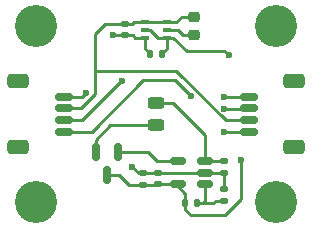
<source format=gtl>
%TF.GenerationSoftware,KiCad,Pcbnew,7.0.8-7.0.8~ubuntu22.04.1*%
%TF.CreationDate,2024-01-30T20:07:11-08:00*%
%TF.ProjectId,415nm_16mA,3431356e-6d5f-4313-966d-412e6b696361,rev?*%
%TF.SameCoordinates,Original*%
%TF.FileFunction,Copper,L1,Top*%
%TF.FilePolarity,Positive*%
%FSLAX46Y46*%
G04 Gerber Fmt 4.6, Leading zero omitted, Abs format (unit mm)*
G04 Created by KiCad (PCBNEW 7.0.8-7.0.8~ubuntu22.04.1) date 2024-01-30 20:07:11*
%MOMM*%
%LPD*%
G01*
G04 APERTURE LIST*
G04 Aperture macros list*
%AMRoundRect*
0 Rectangle with rounded corners*
0 $1 Rounding radius*
0 $2 $3 $4 $5 $6 $7 $8 $9 X,Y pos of 4 corners*
0 Add a 4 corners polygon primitive as box body*
4,1,4,$2,$3,$4,$5,$6,$7,$8,$9,$2,$3,0*
0 Add four circle primitives for the rounded corners*
1,1,$1+$1,$2,$3*
1,1,$1+$1,$4,$5*
1,1,$1+$1,$6,$7*
1,1,$1+$1,$8,$9*
0 Add four rect primitives between the rounded corners*
20,1,$1+$1,$2,$3,$4,$5,0*
20,1,$1+$1,$4,$5,$6,$7,0*
20,1,$1+$1,$6,$7,$8,$9,0*
20,1,$1+$1,$8,$9,$2,$3,0*%
G04 Aperture macros list end*
%TA.AperFunction,ComponentPad*%
%ADD10C,3.570000*%
%TD*%
%TA.AperFunction,SMDPad,CuDef*%
%ADD11RoundRect,0.243750X-0.456250X0.243750X-0.456250X-0.243750X0.456250X-0.243750X0.456250X0.243750X0*%
%TD*%
%TA.AperFunction,SMDPad,CuDef*%
%ADD12RoundRect,0.150000X-0.625000X0.150000X-0.625000X-0.150000X0.625000X-0.150000X0.625000X0.150000X0*%
%TD*%
%TA.AperFunction,SMDPad,CuDef*%
%ADD13RoundRect,0.250000X-0.650000X0.350000X-0.650000X-0.350000X0.650000X-0.350000X0.650000X0.350000X0*%
%TD*%
%TA.AperFunction,SMDPad,CuDef*%
%ADD14RoundRect,0.150000X0.625000X-0.150000X0.625000X0.150000X-0.625000X0.150000X-0.625000X-0.150000X0*%
%TD*%
%TA.AperFunction,SMDPad,CuDef*%
%ADD15RoundRect,0.250000X0.650000X-0.350000X0.650000X0.350000X-0.650000X0.350000X-0.650000X-0.350000X0*%
%TD*%
%TA.AperFunction,SMDPad,CuDef*%
%ADD16RoundRect,0.135000X-0.185000X0.135000X-0.185000X-0.135000X0.185000X-0.135000X0.185000X0.135000X0*%
%TD*%
%TA.AperFunction,SMDPad,CuDef*%
%ADD17RoundRect,0.150000X0.512500X0.150000X-0.512500X0.150000X-0.512500X-0.150000X0.512500X-0.150000X0*%
%TD*%
%TA.AperFunction,SMDPad,CuDef*%
%ADD18RoundRect,0.140000X0.170000X-0.140000X0.170000X0.140000X-0.170000X0.140000X-0.170000X-0.140000X0*%
%TD*%
%TA.AperFunction,SMDPad,CuDef*%
%ADD19RoundRect,0.135000X0.185000X-0.135000X0.185000X0.135000X-0.185000X0.135000X-0.185000X-0.135000X0*%
%TD*%
%TA.AperFunction,SMDPad,CuDef*%
%ADD20RoundRect,0.218750X-0.256250X0.218750X-0.256250X-0.218750X0.256250X-0.218750X0.256250X0.218750X0*%
%TD*%
%TA.AperFunction,SMDPad,CuDef*%
%ADD21RoundRect,0.135000X-0.135000X-0.185000X0.135000X-0.185000X0.135000X0.185000X-0.135000X0.185000X0*%
%TD*%
%TA.AperFunction,SMDPad,CuDef*%
%ADD22R,0.650000X0.400000*%
%TD*%
%TA.AperFunction,SMDPad,CuDef*%
%ADD23RoundRect,0.150000X-0.150000X0.587500X-0.150000X-0.587500X0.150000X-0.587500X0.150000X0.587500X0*%
%TD*%
%TA.AperFunction,SMDPad,CuDef*%
%ADD24RoundRect,0.140000X-0.140000X-0.170000X0.140000X-0.170000X0.140000X0.170000X-0.140000X0.170000X0*%
%TD*%
%TA.AperFunction,ViaPad*%
%ADD25C,0.600000*%
%TD*%
%TA.AperFunction,Conductor*%
%ADD26C,0.250000*%
%TD*%
G04 APERTURE END LIST*
D10*
%TO.P,M1,~*%
%TO.N,N/C*%
X52540000Y-52540000D03*
%TD*%
%TO.P,M2,~*%
%TO.N,N/C*%
X72860000Y-52540000D03*
%TD*%
%TO.P,M3,~*%
%TO.N,N/C*%
X72860000Y-67460000D03*
%TD*%
%TO.P,M4,~*%
%TO.N,N/C*%
X52540000Y-67460000D03*
%TD*%
D11*
%TO.P,D1,1,K*%
%TO.N,Net-(D1-K)*%
X62700000Y-59062500D03*
%TO.P,D1,2,A*%
%TO.N,Net-(D1-A)*%
X62700000Y-60937500D03*
%TD*%
D12*
%TO.P,J1,1,Pin_1*%
%TO.N,GND*%
X54880000Y-58500000D03*
%TO.P,J1,2,Pin_2*%
%TO.N,/VIN*%
X54880000Y-59500000D03*
%TO.P,J1,3,Pin_3*%
%TO.N,/SDA*%
X54880000Y-60500000D03*
%TO.P,J1,4,Pin_4*%
%TO.N,/SCL*%
X54880000Y-61500000D03*
D13*
%TO.P,J1,MP*%
%TO.N,N/C*%
X51005000Y-57200000D03*
X51005000Y-62800000D03*
%TD*%
D14*
%TO.P,J2,1,Pin_1*%
%TO.N,GND*%
X70520000Y-61500000D03*
%TO.P,J2,2,Pin_2*%
%TO.N,/VIN*%
X70520000Y-60500000D03*
%TO.P,J2,3,Pin_3*%
%TO.N,/SDA*%
X70520000Y-59500000D03*
%TO.P,J2,4,Pin_4*%
%TO.N,/SCL*%
X70520000Y-58500000D03*
D15*
%TO.P,J2,MP*%
%TO.N,N/C*%
X74395000Y-62800000D03*
X74395000Y-57200000D03*
%TD*%
D16*
%TO.P,R1,1*%
%TO.N,Net-(D1-K)*%
X68427600Y-63982600D03*
%TO.P,R1,2*%
%TO.N,GND*%
X68427600Y-65002600D03*
%TD*%
D17*
%TO.P,U2,1,+*%
%TO.N,/Vset*%
X66795200Y-65881000D03*
%TO.P,U2,2,V-*%
%TO.N,GND*%
X66795200Y-64931000D03*
%TO.P,U2,3,-*%
%TO.N,Net-(D1-K)*%
X66795200Y-63981000D03*
%TO.P,U2,4*%
%TO.N,Net-(Q1-B)*%
X64520200Y-63981000D03*
%TO.P,U2,5,V+*%
%TO.N,/5V*%
X64520200Y-65881000D03*
%TD*%
D18*
%TO.P,C3,1*%
%TO.N,/5V*%
X62845200Y-65936000D03*
%TO.P,C3,2*%
%TO.N,GND*%
X62845200Y-64976000D03*
%TD*%
D19*
%TO.P,R3,1*%
%TO.N,/Vset*%
X68427600Y-67360800D03*
%TO.P,R3,2*%
%TO.N,GND*%
X68427600Y-66340800D03*
%TD*%
D20*
%TO.P,L1,1,1*%
%TO.N,/VIN*%
X65862200Y-51739700D03*
%TO.P,L1,2,2*%
%TO.N,/VL*%
X65862200Y-53314700D03*
%TD*%
D21*
%TO.P,R2,1*%
%TO.N,/5V*%
X65150200Y-67481000D03*
%TO.P,R2,2*%
%TO.N,/Vset*%
X66170200Y-67481000D03*
%TD*%
D18*
%TO.P,C1,1*%
%TO.N,GND*%
X60071000Y-53312000D03*
%TO.P,C1,2*%
%TO.N,/VIN*%
X60071000Y-52352000D03*
%TD*%
D22*
%TO.P,U1,1,VIN*%
%TO.N,/VIN*%
X61727000Y-52197000D03*
%TO.P,U1,2,FB*%
%TO.N,/5V*%
X61727000Y-52847000D03*
%TO.P,U1,3,GND*%
%TO.N,GND*%
X61727000Y-53497000D03*
%TO.P,U1,4,VOUT*%
%TO.N,/5V*%
X63627000Y-53497000D03*
%TO.P,U1,5,L*%
%TO.N,/VL*%
X63627000Y-52847000D03*
%TO.P,U1,6,EN*%
%TO.N,/VIN*%
X63627000Y-52197000D03*
%TD*%
D18*
%TO.P,C4,1*%
%TO.N,/5V*%
X61620200Y-65941000D03*
%TO.P,C4,2*%
%TO.N,GND*%
X61620200Y-64981000D03*
%TD*%
D23*
%TO.P,Q1,1,B*%
%TO.N,Net-(Q1-B)*%
X59500000Y-63225000D03*
%TO.P,Q1,2,E*%
%TO.N,Net-(D1-A)*%
X57600000Y-63225000D03*
%TO.P,Q1,3,C*%
%TO.N,/5V*%
X58550000Y-65100000D03*
%TD*%
D24*
%TO.P,C2,1*%
%TO.N,GND*%
X62209800Y-54864000D03*
%TO.P,C2,2*%
%TO.N,/5V*%
X63169800Y-54864000D03*
%TD*%
D25*
%TO.N,GND*%
X60680600Y-64439800D03*
X56718200Y-58166000D03*
X59080400Y-53314600D03*
X68453000Y-61493400D03*
%TO.N,/SCL*%
X68453000Y-58490000D03*
X65659000Y-58470800D03*
%TO.N,/SDA*%
X59791600Y-57200800D03*
X68472931Y-59517669D03*
%TO.N,/5V*%
X69900800Y-63881000D03*
X68830000Y-54990000D03*
%TD*%
D26*
%TO.N,GND*%
X61221800Y-64981000D02*
X60680600Y-64439800D01*
X68427600Y-65002600D02*
X68427600Y-66340800D01*
X60071000Y-53312000D02*
X60703400Y-53312000D01*
X60703400Y-53312000D02*
X60888400Y-53497000D01*
X62845200Y-64976000D02*
X61625200Y-64976000D01*
X68427600Y-65002600D02*
X67949000Y-65002600D01*
X70313400Y-61493400D02*
X70320000Y-61500000D01*
X62845200Y-64976000D02*
X63945200Y-64976000D01*
X67949000Y-65002600D02*
X67877400Y-64931000D01*
X68453000Y-61493400D02*
X70413400Y-61493400D01*
X59083000Y-53312000D02*
X59080400Y-53314600D01*
X56384200Y-58500000D02*
X54980000Y-58500000D01*
X70413400Y-61493400D02*
X70420000Y-61500000D01*
X56384200Y-58500000D02*
X56718200Y-58166000D01*
X70768400Y-61493400D02*
X70775000Y-61500000D01*
X70363400Y-61493400D02*
X70370000Y-61500000D01*
X61727000Y-54381200D02*
X62209800Y-54864000D01*
X61620200Y-64981000D02*
X61221800Y-64981000D01*
X66750200Y-64976000D02*
X66795200Y-64931000D01*
X60888400Y-53497000D02*
X61727000Y-53497000D01*
X67877400Y-64931000D02*
X66795200Y-64931000D01*
X60071000Y-53312000D02*
X59083000Y-53312000D01*
X61727000Y-53497000D02*
X61727000Y-54381200D01*
X63945200Y-64976000D02*
X66750200Y-64976000D01*
X61625200Y-64976000D02*
X61620200Y-64981000D01*
%TO.N,/VIN*%
X60652600Y-52352000D02*
X60807600Y-52197000D01*
X60071000Y-52352000D02*
X60652600Y-52352000D01*
X57556400Y-53162200D02*
X58366600Y-52352000D01*
X56324000Y-59500000D02*
X57556400Y-58267600D01*
X64871700Y-51739700D02*
X65862200Y-51739700D01*
X64414400Y-52197000D02*
X64871700Y-51739700D01*
X57556400Y-56337200D02*
X57556400Y-53162200D01*
X57566100Y-56327500D02*
X64399584Y-56327500D01*
X57556400Y-58267600D02*
X57556400Y-56337200D01*
X63627000Y-52197000D02*
X64414400Y-52197000D01*
X57556400Y-56337200D02*
X57566100Y-56327500D01*
X56324000Y-59500000D02*
X54980000Y-59500000D01*
X58366600Y-52352000D02*
X60071000Y-52352000D01*
X64399584Y-56327500D02*
X68572084Y-60500000D01*
X68572084Y-60500000D02*
X70420000Y-60500000D01*
X61727000Y-52197000D02*
X63627000Y-52197000D01*
X60807600Y-52197000D02*
X61727000Y-52197000D01*
%TO.N,/VL*%
X64531000Y-52847000D02*
X63627000Y-52847000D01*
X65862200Y-53314700D02*
X64998700Y-53314700D01*
X64998700Y-53314700D02*
X64531000Y-52847000D01*
%TO.N,/SCL*%
X57240000Y-61500000D02*
X54980000Y-61500000D01*
X61620000Y-57120000D02*
X57240000Y-61500000D01*
X68453000Y-58490000D02*
X70410000Y-58490000D01*
X70360000Y-58490000D02*
X70370000Y-58500000D01*
X70410000Y-58490000D02*
X70420000Y-58500000D01*
X65659000Y-58470800D02*
X64308200Y-57120000D01*
X70310000Y-58490000D02*
X70320000Y-58500000D01*
X64308200Y-57120000D02*
X61620000Y-57120000D01*
%TO.N,/SDA*%
X59791600Y-57200800D02*
X59740800Y-57200800D01*
X68472931Y-59517669D02*
X70402331Y-59517669D01*
X68472931Y-59517669D02*
X68490600Y-59500000D01*
X70402331Y-59517669D02*
X70420000Y-59500000D01*
X59740800Y-57200800D02*
X56441600Y-60500000D01*
X56441600Y-60500000D02*
X54980000Y-60500000D01*
X68472931Y-59517669D02*
X68455262Y-59500000D01*
X70352331Y-59517669D02*
X70370000Y-59500000D01*
%TO.N,/5V*%
X63627000Y-54406800D02*
X63169800Y-54864000D01*
X64520200Y-65881000D02*
X64520200Y-66081000D01*
X62840200Y-65941000D02*
X62845200Y-65936000D01*
X63545200Y-65936000D02*
X64465200Y-65936000D01*
X61620200Y-65941000D02*
X60403800Y-65941000D01*
X65608200Y-68554600D02*
X65150200Y-68096600D01*
X58550000Y-65100000D02*
X58550000Y-65585800D01*
X62845200Y-65936000D02*
X63545200Y-65936000D01*
X61727000Y-52847000D02*
X62194200Y-52847000D01*
X68554600Y-68529200D02*
X65633600Y-68529200D01*
X65150200Y-66711000D02*
X65150200Y-67481000D01*
X68475400Y-54635400D02*
X68830000Y-54990000D01*
X63627000Y-53497000D02*
X64139600Y-53497000D01*
X65278000Y-54635400D02*
X68475400Y-54635400D01*
X62194200Y-52847000D02*
X62844200Y-53497000D01*
X64520200Y-66081000D02*
X65150200Y-66711000D01*
X61620200Y-65941000D02*
X62840200Y-65941000D01*
X59562800Y-65100000D02*
X58550000Y-65100000D01*
X65633600Y-68529200D02*
X65608200Y-68554600D01*
X63627000Y-53497000D02*
X63627000Y-54406800D01*
X64139600Y-53497000D02*
X65278000Y-54635400D01*
X69900800Y-67183000D02*
X68554600Y-68529200D01*
X60403800Y-65941000D02*
X59562800Y-65100000D01*
X69900800Y-63881000D02*
X69900800Y-67183000D01*
X62844200Y-53497000D02*
X63627000Y-53497000D01*
X65150200Y-68096600D02*
X65150200Y-67481000D01*
X64465200Y-65936000D02*
X64520200Y-65881000D01*
%TO.N,Net-(D1-K)*%
X68426000Y-63981000D02*
X68427600Y-63982600D01*
X62700000Y-59062500D02*
X64091700Y-59062500D01*
X66795200Y-61766000D02*
X66795200Y-63981000D01*
X66795200Y-63981000D02*
X68426000Y-63981000D01*
X64091700Y-59062500D02*
X66795200Y-61766000D01*
%TO.N,Net-(D1-A)*%
X58798100Y-60937500D02*
X62700000Y-60937500D01*
X57600000Y-63225000D02*
X57600000Y-62135600D01*
X57600000Y-62135600D02*
X58798100Y-60937500D01*
%TO.N,Net-(Q1-B)*%
X62005800Y-63225000D02*
X59500000Y-63225000D01*
X59545000Y-63180000D02*
X59500000Y-63225000D01*
X64520200Y-63981000D02*
X62761800Y-63981000D01*
X62761800Y-63981000D02*
X62005800Y-63225000D01*
%TO.N,/Vset*%
X66795200Y-67346000D02*
X66660200Y-67481000D01*
X67716400Y-67360800D02*
X68427600Y-67360800D01*
X66795200Y-65881000D02*
X66795200Y-67196000D01*
X66522600Y-67481000D02*
X67596200Y-67481000D01*
X66522600Y-67481000D02*
X66170200Y-67481000D01*
X66795200Y-67196000D02*
X66795200Y-67346000D01*
X66660200Y-67481000D02*
X66522600Y-67481000D01*
X67596200Y-67481000D02*
X67716400Y-67360800D01*
%TD*%
M02*

</source>
